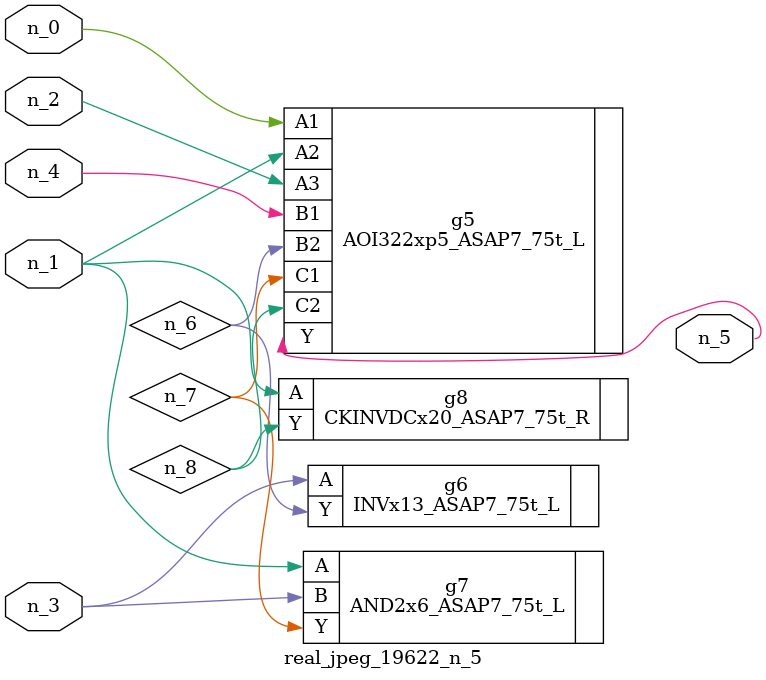
<source format=v>
module real_jpeg_19622_n_5 (n_4, n_0, n_1, n_2, n_3, n_5);

input n_4;
input n_0;
input n_1;
input n_2;
input n_3;

output n_5;

wire n_8;
wire n_6;
wire n_7;

AOI322xp5_ASAP7_75t_L g5 ( 
.A1(n_0),
.A2(n_1),
.A3(n_2),
.B1(n_4),
.B2(n_6),
.C1(n_7),
.C2(n_8),
.Y(n_5)
);

AND2x6_ASAP7_75t_L g7 ( 
.A(n_1),
.B(n_3),
.Y(n_7)
);

CKINVDCx20_ASAP7_75t_R g8 ( 
.A(n_1),
.Y(n_8)
);

INVx13_ASAP7_75t_L g6 ( 
.A(n_3),
.Y(n_6)
);


endmodule
</source>
